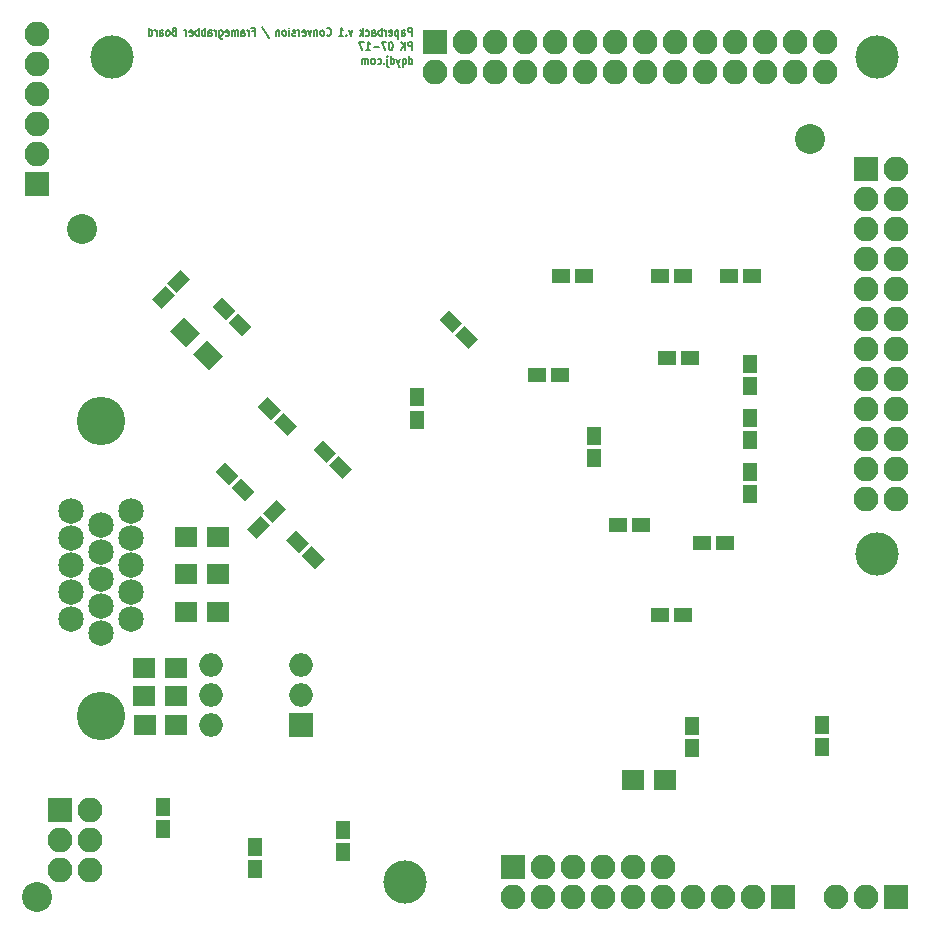
<source format=gbs>
G04 #@! TF.FileFunction,Soldermask,Bot*
%FSLAX46Y46*%
G04 Gerber Fmt 4.6, Leading zero omitted, Abs format (unit mm)*
G04 Created by KiCad (PCBNEW 4.0.6) date Tuesday, July 11, 2017 'AMt' 12:39:54 AM*
%MOMM*%
%LPD*%
G01*
G04 APERTURE LIST*
%ADD10C,0.100000*%
%ADD11C,0.150000*%
%ADD12C,4.100000*%
%ADD13C,2.160000*%
%ADD14C,2.540000*%
%ADD15R,1.900000X1.700000*%
%ADD16R,2.100000X2.100000*%
%ADD17O,2.100000X2.100000*%
%ADD18R,1.150000X1.600000*%
%ADD19C,3.660000*%
%ADD20R,1.600000X1.150000*%
%ADD21R,2.000000X2.000000*%
%ADD22O,2.000000X2.000000*%
G04 APERTURE END LIST*
D10*
D11*
X104441643Y-42677667D02*
X104441643Y-41977667D01*
X104213071Y-41977667D01*
X104155929Y-42011000D01*
X104127357Y-42044333D01*
X104098786Y-42111000D01*
X104098786Y-42211000D01*
X104127357Y-42277667D01*
X104155929Y-42311000D01*
X104213071Y-42344333D01*
X104441643Y-42344333D01*
X103584500Y-42677667D02*
X103584500Y-42311000D01*
X103613071Y-42244333D01*
X103670214Y-42211000D01*
X103784500Y-42211000D01*
X103841643Y-42244333D01*
X103584500Y-42644333D02*
X103641643Y-42677667D01*
X103784500Y-42677667D01*
X103841643Y-42644333D01*
X103870214Y-42577667D01*
X103870214Y-42511000D01*
X103841643Y-42444333D01*
X103784500Y-42411000D01*
X103641643Y-42411000D01*
X103584500Y-42377667D01*
X103298786Y-42211000D02*
X103298786Y-42911000D01*
X103298786Y-42244333D02*
X103241643Y-42211000D01*
X103127357Y-42211000D01*
X103070214Y-42244333D01*
X103041643Y-42277667D01*
X103013072Y-42344333D01*
X103013072Y-42544333D01*
X103041643Y-42611000D01*
X103070214Y-42644333D01*
X103127357Y-42677667D01*
X103241643Y-42677667D01*
X103298786Y-42644333D01*
X102527357Y-42644333D02*
X102584500Y-42677667D01*
X102698786Y-42677667D01*
X102755929Y-42644333D01*
X102784500Y-42577667D01*
X102784500Y-42311000D01*
X102755929Y-42244333D01*
X102698786Y-42211000D01*
X102584500Y-42211000D01*
X102527357Y-42244333D01*
X102498786Y-42311000D01*
X102498786Y-42377667D01*
X102784500Y-42444333D01*
X102241643Y-42677667D02*
X102241643Y-42211000D01*
X102241643Y-42344333D02*
X102213071Y-42277667D01*
X102184500Y-42244333D01*
X102127357Y-42211000D01*
X102070214Y-42211000D01*
X101870214Y-42677667D02*
X101870214Y-41977667D01*
X101870214Y-42244333D02*
X101813071Y-42211000D01*
X101698785Y-42211000D01*
X101641642Y-42244333D01*
X101613071Y-42277667D01*
X101584500Y-42344333D01*
X101584500Y-42544333D01*
X101613071Y-42611000D01*
X101641642Y-42644333D01*
X101698785Y-42677667D01*
X101813071Y-42677667D01*
X101870214Y-42644333D01*
X101070214Y-42677667D02*
X101070214Y-42311000D01*
X101098785Y-42244333D01*
X101155928Y-42211000D01*
X101270214Y-42211000D01*
X101327357Y-42244333D01*
X101070214Y-42644333D02*
X101127357Y-42677667D01*
X101270214Y-42677667D01*
X101327357Y-42644333D01*
X101355928Y-42577667D01*
X101355928Y-42511000D01*
X101327357Y-42444333D01*
X101270214Y-42411000D01*
X101127357Y-42411000D01*
X101070214Y-42377667D01*
X100527357Y-42644333D02*
X100584500Y-42677667D01*
X100698786Y-42677667D01*
X100755928Y-42644333D01*
X100784500Y-42611000D01*
X100813071Y-42544333D01*
X100813071Y-42344333D01*
X100784500Y-42277667D01*
X100755928Y-42244333D01*
X100698786Y-42211000D01*
X100584500Y-42211000D01*
X100527357Y-42244333D01*
X100270214Y-42677667D02*
X100270214Y-41977667D01*
X100213071Y-42411000D02*
X100041642Y-42677667D01*
X100041642Y-42211000D02*
X100270214Y-42477667D01*
X99384500Y-42211000D02*
X99241643Y-42677667D01*
X99098785Y-42211000D01*
X98870214Y-42611000D02*
X98841642Y-42644333D01*
X98870214Y-42677667D01*
X98898785Y-42644333D01*
X98870214Y-42611000D01*
X98870214Y-42677667D01*
X98270214Y-42677667D02*
X98613071Y-42677667D01*
X98441643Y-42677667D02*
X98441643Y-41977667D01*
X98498786Y-42077667D01*
X98555928Y-42144333D01*
X98613071Y-42177667D01*
X97213071Y-42611000D02*
X97241642Y-42644333D01*
X97327356Y-42677667D01*
X97384499Y-42677667D01*
X97470214Y-42644333D01*
X97527356Y-42577667D01*
X97555928Y-42511000D01*
X97584499Y-42377667D01*
X97584499Y-42277667D01*
X97555928Y-42144333D01*
X97527356Y-42077667D01*
X97470214Y-42011000D01*
X97384499Y-41977667D01*
X97327356Y-41977667D01*
X97241642Y-42011000D01*
X97213071Y-42044333D01*
X96870214Y-42677667D02*
X96927356Y-42644333D01*
X96955928Y-42611000D01*
X96984499Y-42544333D01*
X96984499Y-42344333D01*
X96955928Y-42277667D01*
X96927356Y-42244333D01*
X96870214Y-42211000D01*
X96784499Y-42211000D01*
X96727356Y-42244333D01*
X96698785Y-42277667D01*
X96670214Y-42344333D01*
X96670214Y-42544333D01*
X96698785Y-42611000D01*
X96727356Y-42644333D01*
X96784499Y-42677667D01*
X96870214Y-42677667D01*
X96413071Y-42211000D02*
X96413071Y-42677667D01*
X96413071Y-42277667D02*
X96384499Y-42244333D01*
X96327357Y-42211000D01*
X96241642Y-42211000D01*
X96184499Y-42244333D01*
X96155928Y-42311000D01*
X96155928Y-42677667D01*
X95927357Y-42211000D02*
X95784500Y-42677667D01*
X95641642Y-42211000D01*
X95184499Y-42644333D02*
X95241642Y-42677667D01*
X95355928Y-42677667D01*
X95413071Y-42644333D01*
X95441642Y-42577667D01*
X95441642Y-42311000D01*
X95413071Y-42244333D01*
X95355928Y-42211000D01*
X95241642Y-42211000D01*
X95184499Y-42244333D01*
X95155928Y-42311000D01*
X95155928Y-42377667D01*
X95441642Y-42444333D01*
X94898785Y-42677667D02*
X94898785Y-42211000D01*
X94898785Y-42344333D02*
X94870213Y-42277667D01*
X94841642Y-42244333D01*
X94784499Y-42211000D01*
X94727356Y-42211000D01*
X94555927Y-42644333D02*
X94498784Y-42677667D01*
X94384499Y-42677667D01*
X94327356Y-42644333D01*
X94298784Y-42577667D01*
X94298784Y-42544333D01*
X94327356Y-42477667D01*
X94384499Y-42444333D01*
X94470213Y-42444333D01*
X94527356Y-42411000D01*
X94555927Y-42344333D01*
X94555927Y-42311000D01*
X94527356Y-42244333D01*
X94470213Y-42211000D01*
X94384499Y-42211000D01*
X94327356Y-42244333D01*
X94041642Y-42677667D02*
X94041642Y-42211000D01*
X94041642Y-41977667D02*
X94070213Y-42011000D01*
X94041642Y-42044333D01*
X94013070Y-42011000D01*
X94041642Y-41977667D01*
X94041642Y-42044333D01*
X93670214Y-42677667D02*
X93727356Y-42644333D01*
X93755928Y-42611000D01*
X93784499Y-42544333D01*
X93784499Y-42344333D01*
X93755928Y-42277667D01*
X93727356Y-42244333D01*
X93670214Y-42211000D01*
X93584499Y-42211000D01*
X93527356Y-42244333D01*
X93498785Y-42277667D01*
X93470214Y-42344333D01*
X93470214Y-42544333D01*
X93498785Y-42611000D01*
X93527356Y-42644333D01*
X93584499Y-42677667D01*
X93670214Y-42677667D01*
X93213071Y-42211000D02*
X93213071Y-42677667D01*
X93213071Y-42277667D02*
X93184499Y-42244333D01*
X93127357Y-42211000D01*
X93041642Y-42211000D01*
X92984499Y-42244333D01*
X92955928Y-42311000D01*
X92955928Y-42677667D01*
X91784499Y-41944333D02*
X92298785Y-42844333D01*
X90927357Y-42311000D02*
X91127357Y-42311000D01*
X91127357Y-42677667D02*
X91127357Y-41977667D01*
X90841643Y-41977667D01*
X90613071Y-42677667D02*
X90613071Y-42211000D01*
X90613071Y-42344333D02*
X90584499Y-42277667D01*
X90555928Y-42244333D01*
X90498785Y-42211000D01*
X90441642Y-42211000D01*
X89984499Y-42677667D02*
X89984499Y-42311000D01*
X90013070Y-42244333D01*
X90070213Y-42211000D01*
X90184499Y-42211000D01*
X90241642Y-42244333D01*
X89984499Y-42644333D02*
X90041642Y-42677667D01*
X90184499Y-42677667D01*
X90241642Y-42644333D01*
X90270213Y-42577667D01*
X90270213Y-42511000D01*
X90241642Y-42444333D01*
X90184499Y-42411000D01*
X90041642Y-42411000D01*
X89984499Y-42377667D01*
X89698785Y-42677667D02*
X89698785Y-42211000D01*
X89698785Y-42277667D02*
X89670213Y-42244333D01*
X89613071Y-42211000D01*
X89527356Y-42211000D01*
X89470213Y-42244333D01*
X89441642Y-42311000D01*
X89441642Y-42677667D01*
X89441642Y-42311000D02*
X89413071Y-42244333D01*
X89355928Y-42211000D01*
X89270213Y-42211000D01*
X89213071Y-42244333D01*
X89184499Y-42311000D01*
X89184499Y-42677667D01*
X88670213Y-42644333D02*
X88727356Y-42677667D01*
X88841642Y-42677667D01*
X88898785Y-42644333D01*
X88927356Y-42577667D01*
X88927356Y-42311000D01*
X88898785Y-42244333D01*
X88841642Y-42211000D01*
X88727356Y-42211000D01*
X88670213Y-42244333D01*
X88641642Y-42311000D01*
X88641642Y-42377667D01*
X88927356Y-42444333D01*
X88127356Y-42211000D02*
X88127356Y-42777667D01*
X88155927Y-42844333D01*
X88184499Y-42877667D01*
X88241642Y-42911000D01*
X88327356Y-42911000D01*
X88384499Y-42877667D01*
X88127356Y-42644333D02*
X88184499Y-42677667D01*
X88298785Y-42677667D01*
X88355927Y-42644333D01*
X88384499Y-42611000D01*
X88413070Y-42544333D01*
X88413070Y-42344333D01*
X88384499Y-42277667D01*
X88355927Y-42244333D01*
X88298785Y-42211000D01*
X88184499Y-42211000D01*
X88127356Y-42244333D01*
X87841642Y-42677667D02*
X87841642Y-42211000D01*
X87841642Y-42344333D02*
X87813070Y-42277667D01*
X87784499Y-42244333D01*
X87727356Y-42211000D01*
X87670213Y-42211000D01*
X87213070Y-42677667D02*
X87213070Y-42311000D01*
X87241641Y-42244333D01*
X87298784Y-42211000D01*
X87413070Y-42211000D01*
X87470213Y-42244333D01*
X87213070Y-42644333D02*
X87270213Y-42677667D01*
X87413070Y-42677667D01*
X87470213Y-42644333D01*
X87498784Y-42577667D01*
X87498784Y-42511000D01*
X87470213Y-42444333D01*
X87413070Y-42411000D01*
X87270213Y-42411000D01*
X87213070Y-42377667D01*
X86927356Y-42677667D02*
X86927356Y-41977667D01*
X86927356Y-42244333D02*
X86870213Y-42211000D01*
X86755927Y-42211000D01*
X86698784Y-42244333D01*
X86670213Y-42277667D01*
X86641642Y-42344333D01*
X86641642Y-42544333D01*
X86670213Y-42611000D01*
X86698784Y-42644333D01*
X86755927Y-42677667D01*
X86870213Y-42677667D01*
X86927356Y-42644333D01*
X86384499Y-42677667D02*
X86384499Y-41977667D01*
X86384499Y-42244333D02*
X86327356Y-42211000D01*
X86213070Y-42211000D01*
X86155927Y-42244333D01*
X86127356Y-42277667D01*
X86098785Y-42344333D01*
X86098785Y-42544333D01*
X86127356Y-42611000D01*
X86155927Y-42644333D01*
X86213070Y-42677667D01*
X86327356Y-42677667D01*
X86384499Y-42644333D01*
X85613070Y-42644333D02*
X85670213Y-42677667D01*
X85784499Y-42677667D01*
X85841642Y-42644333D01*
X85870213Y-42577667D01*
X85870213Y-42311000D01*
X85841642Y-42244333D01*
X85784499Y-42211000D01*
X85670213Y-42211000D01*
X85613070Y-42244333D01*
X85584499Y-42311000D01*
X85584499Y-42377667D01*
X85870213Y-42444333D01*
X85327356Y-42677667D02*
X85327356Y-42211000D01*
X85327356Y-42344333D02*
X85298784Y-42277667D01*
X85270213Y-42244333D01*
X85213070Y-42211000D01*
X85155927Y-42211000D01*
X84298784Y-42311000D02*
X84213070Y-42344333D01*
X84184498Y-42377667D01*
X84155927Y-42444333D01*
X84155927Y-42544333D01*
X84184498Y-42611000D01*
X84213070Y-42644333D01*
X84270212Y-42677667D01*
X84498784Y-42677667D01*
X84498784Y-41977667D01*
X84298784Y-41977667D01*
X84241641Y-42011000D01*
X84213070Y-42044333D01*
X84184498Y-42111000D01*
X84184498Y-42177667D01*
X84213070Y-42244333D01*
X84241641Y-42277667D01*
X84298784Y-42311000D01*
X84498784Y-42311000D01*
X83813070Y-42677667D02*
X83870212Y-42644333D01*
X83898784Y-42611000D01*
X83927355Y-42544333D01*
X83927355Y-42344333D01*
X83898784Y-42277667D01*
X83870212Y-42244333D01*
X83813070Y-42211000D01*
X83727355Y-42211000D01*
X83670212Y-42244333D01*
X83641641Y-42277667D01*
X83613070Y-42344333D01*
X83613070Y-42544333D01*
X83641641Y-42611000D01*
X83670212Y-42644333D01*
X83727355Y-42677667D01*
X83813070Y-42677667D01*
X83098784Y-42677667D02*
X83098784Y-42311000D01*
X83127355Y-42244333D01*
X83184498Y-42211000D01*
X83298784Y-42211000D01*
X83355927Y-42244333D01*
X83098784Y-42644333D02*
X83155927Y-42677667D01*
X83298784Y-42677667D01*
X83355927Y-42644333D01*
X83384498Y-42577667D01*
X83384498Y-42511000D01*
X83355927Y-42444333D01*
X83298784Y-42411000D01*
X83155927Y-42411000D01*
X83098784Y-42377667D01*
X82813070Y-42677667D02*
X82813070Y-42211000D01*
X82813070Y-42344333D02*
X82784498Y-42277667D01*
X82755927Y-42244333D01*
X82698784Y-42211000D01*
X82641641Y-42211000D01*
X82184498Y-42677667D02*
X82184498Y-41977667D01*
X82184498Y-42644333D02*
X82241641Y-42677667D01*
X82355927Y-42677667D01*
X82413069Y-42644333D01*
X82441641Y-42611000D01*
X82470212Y-42544333D01*
X82470212Y-42344333D01*
X82441641Y-42277667D01*
X82413069Y-42244333D01*
X82355927Y-42211000D01*
X82241641Y-42211000D01*
X82184498Y-42244333D01*
X104441643Y-43877667D02*
X104441643Y-43177667D01*
X104213071Y-43177667D01*
X104155929Y-43211000D01*
X104127357Y-43244333D01*
X104098786Y-43311000D01*
X104098786Y-43411000D01*
X104127357Y-43477667D01*
X104155929Y-43511000D01*
X104213071Y-43544333D01*
X104441643Y-43544333D01*
X103841643Y-43877667D02*
X103841643Y-43177667D01*
X103498786Y-43877667D02*
X103755929Y-43477667D01*
X103498786Y-43177667D02*
X103841643Y-43577667D01*
X102670214Y-43177667D02*
X102613071Y-43177667D01*
X102555928Y-43211000D01*
X102527357Y-43244333D01*
X102498786Y-43311000D01*
X102470214Y-43444333D01*
X102470214Y-43611000D01*
X102498786Y-43744333D01*
X102527357Y-43811000D01*
X102555928Y-43844333D01*
X102613071Y-43877667D01*
X102670214Y-43877667D01*
X102727357Y-43844333D01*
X102755928Y-43811000D01*
X102784500Y-43744333D01*
X102813071Y-43611000D01*
X102813071Y-43444333D01*
X102784500Y-43311000D01*
X102755928Y-43244333D01*
X102727357Y-43211000D01*
X102670214Y-43177667D01*
X102270214Y-43177667D02*
X101870214Y-43177667D01*
X102127357Y-43877667D01*
X101641642Y-43611000D02*
X101184499Y-43611000D01*
X100584499Y-43877667D02*
X100927356Y-43877667D01*
X100755928Y-43877667D02*
X100755928Y-43177667D01*
X100813071Y-43277667D01*
X100870213Y-43344333D01*
X100927356Y-43377667D01*
X100384499Y-43177667D02*
X99984499Y-43177667D01*
X100241642Y-43877667D01*
X104184500Y-45077667D02*
X104184500Y-44377667D01*
X104184500Y-45044333D02*
X104241643Y-45077667D01*
X104355929Y-45077667D01*
X104413071Y-45044333D01*
X104441643Y-45011000D01*
X104470214Y-44944333D01*
X104470214Y-44744333D01*
X104441643Y-44677667D01*
X104413071Y-44644333D01*
X104355929Y-44611000D01*
X104241643Y-44611000D01*
X104184500Y-44644333D01*
X103641643Y-44611000D02*
X103641643Y-45311000D01*
X103641643Y-45044333D02*
X103698786Y-45077667D01*
X103813072Y-45077667D01*
X103870214Y-45044333D01*
X103898786Y-45011000D01*
X103927357Y-44944333D01*
X103927357Y-44744333D01*
X103898786Y-44677667D01*
X103870214Y-44644333D01*
X103813072Y-44611000D01*
X103698786Y-44611000D01*
X103641643Y-44644333D01*
X103413072Y-44611000D02*
X103270215Y-45077667D01*
X103127357Y-44611000D02*
X103270215Y-45077667D01*
X103327357Y-45244333D01*
X103355929Y-45277667D01*
X103413072Y-45311000D01*
X102641643Y-45077667D02*
X102641643Y-44377667D01*
X102641643Y-45044333D02*
X102698786Y-45077667D01*
X102813072Y-45077667D01*
X102870214Y-45044333D01*
X102898786Y-45011000D01*
X102927357Y-44944333D01*
X102927357Y-44744333D01*
X102898786Y-44677667D01*
X102870214Y-44644333D01*
X102813072Y-44611000D01*
X102698786Y-44611000D01*
X102641643Y-44644333D01*
X102355929Y-44611000D02*
X102355929Y-45211000D01*
X102384500Y-45277667D01*
X102441643Y-45311000D01*
X102470215Y-45311000D01*
X102355929Y-44377667D02*
X102384500Y-44411000D01*
X102355929Y-44444333D01*
X102327357Y-44411000D01*
X102355929Y-44377667D01*
X102355929Y-44444333D01*
X102070215Y-45011000D02*
X102041643Y-45044333D01*
X102070215Y-45077667D01*
X102098786Y-45044333D01*
X102070215Y-45011000D01*
X102070215Y-45077667D01*
X101527358Y-45044333D02*
X101584501Y-45077667D01*
X101698787Y-45077667D01*
X101755929Y-45044333D01*
X101784501Y-45011000D01*
X101813072Y-44944333D01*
X101813072Y-44744333D01*
X101784501Y-44677667D01*
X101755929Y-44644333D01*
X101698787Y-44611000D01*
X101584501Y-44611000D01*
X101527358Y-44644333D01*
X101184501Y-45077667D02*
X101241643Y-45044333D01*
X101270215Y-45011000D01*
X101298786Y-44944333D01*
X101298786Y-44744333D01*
X101270215Y-44677667D01*
X101241643Y-44644333D01*
X101184501Y-44611000D01*
X101098786Y-44611000D01*
X101041643Y-44644333D01*
X101013072Y-44677667D01*
X100984501Y-44744333D01*
X100984501Y-44944333D01*
X101013072Y-45011000D01*
X101041643Y-45044333D01*
X101098786Y-45077667D01*
X101184501Y-45077667D01*
X100727358Y-45077667D02*
X100727358Y-44611000D01*
X100727358Y-44677667D02*
X100698786Y-44644333D01*
X100641644Y-44611000D01*
X100555929Y-44611000D01*
X100498786Y-44644333D01*
X100470215Y-44711000D01*
X100470215Y-45077667D01*
X100470215Y-44711000D02*
X100441644Y-44644333D01*
X100384501Y-44611000D01*
X100298786Y-44611000D01*
X100241644Y-44644333D01*
X100213072Y-44711000D01*
X100213072Y-45077667D01*
D12*
X78105000Y-75265000D03*
X78105000Y-100255000D03*
D13*
X80645000Y-92075000D03*
X80645000Y-89785000D03*
X80645000Y-87495000D03*
X80645000Y-85205000D03*
X80645000Y-82915000D03*
X78105000Y-93215000D03*
X78105000Y-90925000D03*
X78105000Y-88635000D03*
X78105000Y-86345000D03*
X78105000Y-84055000D03*
X75565000Y-92075000D03*
X75565000Y-89785000D03*
X75565000Y-87495000D03*
X75565000Y-85205000D03*
X75565000Y-82915000D03*
D14*
X72707500Y-115570000D03*
X138112500Y-51435000D03*
D10*
G36*
X87573477Y-65640950D02*
X88386650Y-64827777D01*
X89518021Y-65959148D01*
X88704848Y-66772321D01*
X87573477Y-65640950D01*
X87573477Y-65640950D01*
G37*
G36*
X88916979Y-66984452D02*
X89730152Y-66171279D01*
X90861523Y-67302650D01*
X90048350Y-68115823D01*
X88916979Y-66984452D01*
X88916979Y-66984452D01*
G37*
G36*
X84866750Y-62490977D02*
X85679923Y-63304150D01*
X84548552Y-64435521D01*
X83735379Y-63622348D01*
X84866750Y-62490977D01*
X84866750Y-62490977D01*
G37*
G36*
X83523248Y-63834479D02*
X84336421Y-64647652D01*
X83205050Y-65779023D01*
X82391877Y-64965850D01*
X83523248Y-63834479D01*
X83523248Y-63834479D01*
G37*
G36*
X93771077Y-85351350D02*
X94584250Y-84538177D01*
X95715621Y-85669548D01*
X94902448Y-86482721D01*
X93771077Y-85351350D01*
X93771077Y-85351350D01*
G37*
G36*
X95114579Y-86694852D02*
X95927752Y-85881679D01*
X97059123Y-87013050D01*
X96245950Y-87826223D01*
X95114579Y-86694852D01*
X95114579Y-86694852D01*
G37*
G36*
X83967514Y-67707095D02*
X85169595Y-66505014D01*
X86513098Y-67848517D01*
X85311017Y-69050598D01*
X83967514Y-67707095D01*
X83967514Y-67707095D01*
G37*
G36*
X85876702Y-69616283D02*
X87078783Y-68414202D01*
X88422286Y-69757705D01*
X87220205Y-70959786D01*
X85876702Y-69616283D01*
X85876702Y-69616283D01*
G37*
D15*
X88027500Y-91440000D03*
X85327500Y-91440000D03*
X88027500Y-88265000D03*
X85327500Y-88265000D03*
X88027500Y-85090000D03*
X85327500Y-85090000D03*
D16*
X142875000Y-53975000D03*
D17*
X145415000Y-53975000D03*
X142875000Y-56515000D03*
X145415000Y-56515000D03*
X142875000Y-59055000D03*
X145415000Y-59055000D03*
X142875000Y-61595000D03*
X145415000Y-61595000D03*
X142875000Y-64135000D03*
X145415000Y-64135000D03*
X142875000Y-66675000D03*
X145415000Y-66675000D03*
X142875000Y-69215000D03*
X145415000Y-69215000D03*
X142875000Y-71755000D03*
X145415000Y-71755000D03*
X142875000Y-74295000D03*
X145415000Y-74295000D03*
X142875000Y-76835000D03*
X145415000Y-76835000D03*
X142875000Y-79375000D03*
X145415000Y-79375000D03*
X142875000Y-81915000D03*
X145415000Y-81915000D03*
D16*
X74676000Y-108204000D03*
D17*
X77216000Y-108204000D03*
X74676000Y-110744000D03*
X77216000Y-110744000D03*
X74676000Y-113284000D03*
X77216000Y-113284000D03*
D16*
X135890000Y-115570000D03*
D17*
X133350000Y-115570000D03*
X130810000Y-115570000D03*
X128270000Y-115570000D03*
X125730000Y-115570000D03*
X123190000Y-115570000D03*
X120650000Y-115570000D03*
X118110000Y-115570000D03*
X115570000Y-115570000D03*
X113030000Y-115570000D03*
D18*
X83375500Y-107952500D03*
X83375500Y-109852500D03*
X98615500Y-109921000D03*
X98615500Y-111821000D03*
D10*
G36*
X106750477Y-66707750D02*
X107563650Y-65894577D01*
X108695021Y-67025948D01*
X107881848Y-67839121D01*
X106750477Y-66707750D01*
X106750477Y-66707750D01*
G37*
G36*
X108093979Y-68051252D02*
X108907152Y-67238079D01*
X110038523Y-68369450D01*
X109225350Y-69182623D01*
X108093979Y-68051252D01*
X108093979Y-68051252D01*
G37*
G36*
X96095177Y-77705950D02*
X96908350Y-76892777D01*
X98039721Y-78024148D01*
X97226548Y-78837321D01*
X96095177Y-77705950D01*
X96095177Y-77705950D01*
G37*
G36*
X97438679Y-79049452D02*
X98251852Y-78236279D01*
X99383223Y-79367650D01*
X98570050Y-80180823D01*
X97438679Y-79049452D01*
X97438679Y-79049452D01*
G37*
G36*
X94671523Y-75735450D02*
X93858350Y-76548623D01*
X92726979Y-75417252D01*
X93540152Y-74604079D01*
X94671523Y-75735450D01*
X94671523Y-75735450D01*
G37*
G36*
X93328021Y-74391948D02*
X92514848Y-75205121D01*
X91383477Y-74073750D01*
X92196650Y-73260577D01*
X93328021Y-74391948D01*
X93328021Y-74391948D01*
G37*
G36*
X92931250Y-81960077D02*
X93744423Y-82773250D01*
X92613052Y-83904621D01*
X91799879Y-83091448D01*
X92931250Y-81960077D01*
X92931250Y-81960077D01*
G37*
G36*
X91587748Y-83303579D02*
X92400921Y-84116752D01*
X91269550Y-85248123D01*
X90456377Y-84434950D01*
X91587748Y-83303579D01*
X91587748Y-83303579D01*
G37*
D18*
X104863900Y-75168800D03*
X104863900Y-73268800D03*
D16*
X113030000Y-113030000D03*
D17*
X115570000Y-113030000D03*
X118110000Y-113030000D03*
X120650000Y-113030000D03*
X123190000Y-113030000D03*
X125730000Y-113030000D03*
D18*
X128143000Y-101094500D03*
X128143000Y-102994500D03*
X139192000Y-102931000D03*
X139192000Y-101031000D03*
X91186000Y-111318000D03*
X91186000Y-113218000D03*
D16*
X145415000Y-115570000D03*
D17*
X142875000Y-115570000D03*
X140335000Y-115570000D03*
D16*
X72707500Y-55245000D03*
D17*
X72707500Y-52705000D03*
X72707500Y-50165000D03*
X72707500Y-47625000D03*
X72707500Y-45085000D03*
X72707500Y-42545000D03*
D19*
X143827500Y-86512400D03*
D16*
X106362500Y-43180000D03*
D17*
X106362500Y-45720000D03*
X108902500Y-43180000D03*
X108902500Y-45720000D03*
X111442500Y-43180000D03*
X111442500Y-45720000D03*
X113982500Y-43180000D03*
X113982500Y-45720000D03*
X116522500Y-43180000D03*
X116522500Y-45720000D03*
X119062500Y-43180000D03*
X119062500Y-45720000D03*
X121602500Y-43180000D03*
X121602500Y-45720000D03*
X124142500Y-43180000D03*
X124142500Y-45720000D03*
X126682500Y-43180000D03*
X126682500Y-45720000D03*
X129222500Y-43180000D03*
X129222500Y-45720000D03*
X131762500Y-43180000D03*
X131762500Y-45720000D03*
X134302500Y-43180000D03*
X134302500Y-45720000D03*
X136842500Y-43180000D03*
X136842500Y-45720000D03*
X139382500Y-43180000D03*
X139382500Y-45720000D03*
D19*
X143827500Y-44450000D03*
X79057500Y-44450000D03*
X103822500Y-114300000D03*
D20*
X118996500Y-62992000D03*
X117096500Y-62992000D03*
X125478500Y-62992000D03*
X127378500Y-62992000D03*
X126072860Y-69918580D03*
X127972860Y-69918580D03*
X133220500Y-62992000D03*
X131320500Y-62992000D03*
D18*
X133032500Y-72324000D03*
X133032500Y-70424000D03*
X133032500Y-74996000D03*
X133032500Y-76896000D03*
X133032500Y-81468000D03*
X133032500Y-79568000D03*
D20*
X129034500Y-85598000D03*
X130934500Y-85598000D03*
X125478500Y-91694000D03*
X127378500Y-91694000D03*
X123822500Y-84074000D03*
X121922500Y-84074000D03*
D10*
G36*
X87827477Y-79598250D02*
X88640650Y-78785077D01*
X89772021Y-79916448D01*
X88958848Y-80729621D01*
X87827477Y-79598250D01*
X87827477Y-79598250D01*
G37*
G36*
X89170979Y-80941752D02*
X89984152Y-80128579D01*
X91115523Y-81259950D01*
X90302350Y-82073123D01*
X89170979Y-80941752D01*
X89170979Y-80941752D01*
G37*
D18*
X119824500Y-78420000D03*
X119824500Y-76520000D03*
D20*
X115064500Y-71374000D03*
X116964500Y-71374000D03*
D15*
X81796900Y-101041200D03*
X84496900Y-101041200D03*
X81746100Y-98602800D03*
X84446100Y-98602800D03*
X81720700Y-96215200D03*
X84420700Y-96215200D03*
D21*
X95008700Y-101041200D03*
D22*
X87388700Y-95961200D03*
X95008700Y-98501200D03*
X87388700Y-98501200D03*
X95008700Y-95961200D03*
X87388700Y-101041200D03*
D14*
X76517500Y-59055000D03*
D15*
X123148100Y-105689400D03*
X125848100Y-105689400D03*
M02*

</source>
